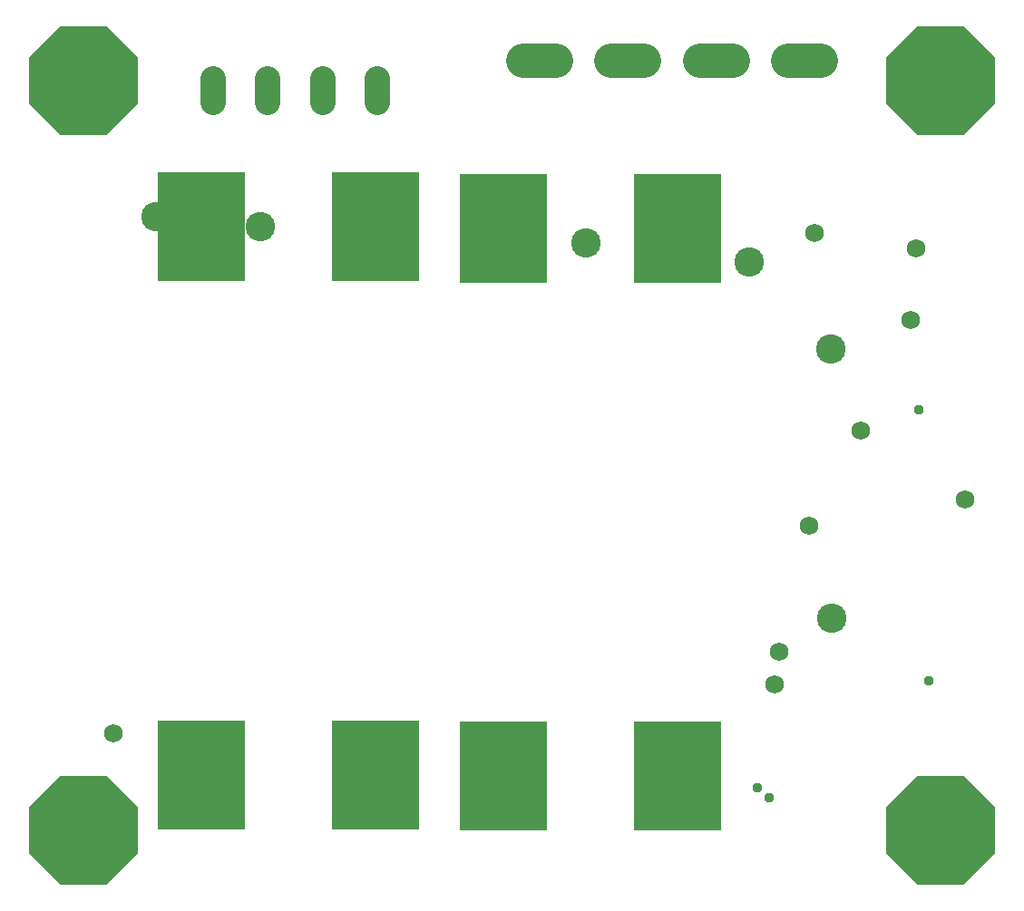
<source format=gbr>
G04 EAGLE Gerber RS-274X export*
G75*
%MOMM*%
%FSLAX34Y34*%
%LPD*%
%INSoldermask Top*%
%IPPOS*%
%AMOC8*
5,1,8,0,0,1.08239X$1,22.5*%
G01*
%ADD10P,11.043842X8X22.500000*%
%ADD11R,8.203200X10.203200*%
%ADD12C,2.403200*%
%ADD13C,3.251200*%
%ADD14C,2.743200*%
%ADD15C,0.959600*%
%ADD16C,1.727200*%


D10*
X322580Y232410D03*
X1122680Y232410D03*
X1122680Y932180D03*
X322580Y932180D03*
D11*
X714370Y794740D03*
X877370Y794740D03*
X714370Y282740D03*
X877370Y282740D03*
X432430Y796010D03*
X595430Y796010D03*
X432430Y284010D03*
X595430Y284010D03*
D12*
X443750Y912270D02*
X443750Y934270D01*
X494750Y934270D02*
X494750Y912270D01*
X545750Y912270D02*
X545750Y934270D01*
X596550Y934270D02*
X596550Y912270D01*
D13*
X733070Y951090D02*
X763550Y951090D01*
X815570Y951090D02*
X846050Y951090D01*
X898070Y951090D02*
X928550Y951090D01*
X980620Y951090D02*
X1011100Y951090D01*
D14*
X791210Y781050D03*
X943610Y763270D03*
X1019810Y681990D03*
X1021080Y430530D03*
D15*
X962660Y262890D03*
X1111250Y372110D03*
D16*
X971550Y398780D03*
X967740Y368300D03*
X574040Y297180D03*
X350520Y322580D03*
X1145540Y541020D03*
X999490Y516890D03*
X1047750Y605790D03*
X1094740Y708660D03*
X1099820Y775970D03*
X1004570Y789940D03*
D14*
X487790Y796010D03*
X389890Y805180D03*
D15*
X951230Y271780D03*
X1102360Y624840D03*
M02*

</source>
